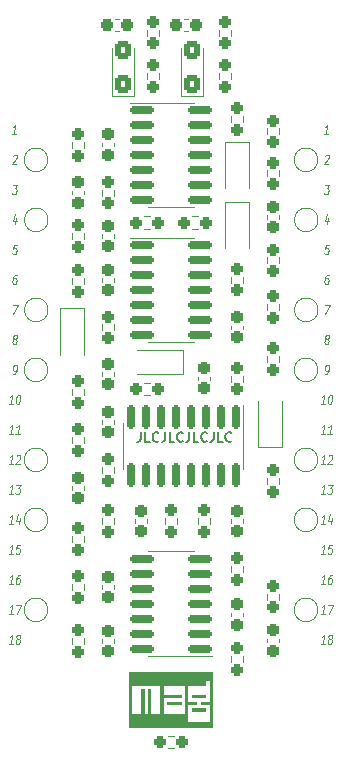
<source format=gbr>
%TF.GenerationSoftware,KiCad,Pcbnew,(6.0.9-0)*%
%TF.CreationDate,2024-11-07T12:08:30+01:00*%
%TF.ProjectId,vca-board,7663612d-626f-4617-9264-2e6b69636164,rev?*%
%TF.SameCoordinates,Original*%
%TF.FileFunction,Legend,Top*%
%TF.FilePolarity,Positive*%
%FSLAX46Y46*%
G04 Gerber Fmt 4.6, Leading zero omitted, Abs format (unit mm)*
G04 Created by KiCad (PCBNEW (6.0.9-0)) date 2024-11-07 12:08:30*
%MOMM*%
%LPD*%
G01*
G04 APERTURE LIST*
G04 Aperture macros list*
%AMRoundRect*
0 Rectangle with rounded corners*
0 $1 Rounding radius*
0 $2 $3 $4 $5 $6 $7 $8 $9 X,Y pos of 4 corners*
0 Add a 4 corners polygon primitive as box body*
4,1,4,$2,$3,$4,$5,$6,$7,$8,$9,$2,$3,0*
0 Add four circle primitives for the rounded corners*
1,1,$1+$1,$2,$3*
1,1,$1+$1,$4,$5*
1,1,$1+$1,$6,$7*
1,1,$1+$1,$8,$9*
0 Add four rect primitives between the rounded corners*
20,1,$1+$1,$2,$3,$4,$5,0*
20,1,$1+$1,$4,$5,$6,$7,0*
20,1,$1+$1,$6,$7,$8,$9,0*
20,1,$1+$1,$8,$9,$2,$3,0*%
G04 Aperture macros list end*
%ADD10C,0.120000*%
%ADD11C,0.100000*%
%ADD12C,0.150000*%
%ADD13R,1.200000X0.900000*%
%ADD14RoundRect,0.237500X-0.237500X0.300000X-0.237500X-0.300000X0.237500X-0.300000X0.237500X0.300000X0*%
%ADD15RoundRect,0.237500X-0.237500X0.250000X-0.237500X-0.250000X0.237500X-0.250000X0.237500X0.250000X0*%
%ADD16RoundRect,0.237500X0.237500X-0.250000X0.237500X0.250000X-0.237500X0.250000X-0.237500X-0.250000X0*%
%ADD17C,5.500000*%
%ADD18C,3.200000*%
%ADD19RoundRect,0.237500X-0.250000X-0.237500X0.250000X-0.237500X0.250000X0.237500X-0.250000X0.237500X0*%
%ADD20RoundRect,0.250000X0.425000X-0.537500X0.425000X0.537500X-0.425000X0.537500X-0.425000X-0.537500X0*%
%ADD21RoundRect,0.150000X0.825000X0.150000X-0.825000X0.150000X-0.825000X-0.150000X0.825000X-0.150000X0*%
%ADD22RoundRect,0.150000X-0.825000X-0.150000X0.825000X-0.150000X0.825000X0.150000X-0.825000X0.150000X0*%
%ADD23RoundRect,0.237500X0.237500X-0.300000X0.237500X0.300000X-0.237500X0.300000X-0.237500X-0.300000X0*%
%ADD24RoundRect,0.150000X-0.150000X0.825000X-0.150000X-0.825000X0.150000X-0.825000X0.150000X0.825000X0*%
%ADD25R,0.900000X1.200000*%
%ADD26RoundRect,0.237500X-0.300000X-0.237500X0.300000X-0.237500X0.300000X0.237500X-0.300000X0.237500X0*%
%ADD27R,1.700000X1.700000*%
%ADD28O,1.700000X1.700000*%
G04 APERTURE END LIST*
D10*
X51800000Y-71120000D02*
G75*
G03*
X51800000Y-71120000I-1000000J0D01*
G01*
X74660000Y-71120000D02*
G75*
G03*
X74660000Y-71120000I-1000000J0D01*
G01*
X74660000Y-91440000D02*
G75*
G03*
X74660000Y-91440000I-1000000J0D01*
G01*
X51800000Y-91440000D02*
G75*
G03*
X51800000Y-91440000I-1000000J0D01*
G01*
X74660000Y-83820000D02*
G75*
G03*
X74660000Y-83820000I-1000000J0D01*
G01*
X74676000Y-58420000D02*
G75*
G03*
X74676000Y-58420000I-1000000J0D01*
G01*
X74660000Y-53340000D02*
G75*
G03*
X74660000Y-53340000I-1000000J0D01*
G01*
X51800000Y-83820000D02*
G75*
G03*
X51800000Y-83820000I-1000000J0D01*
G01*
X51816000Y-66040000D02*
G75*
G03*
X51816000Y-66040000I-1000000J0D01*
G01*
X74676000Y-66040000D02*
G75*
G03*
X74676000Y-66040000I-1000000J0D01*
G01*
X51816000Y-58420000D02*
G75*
G03*
X51816000Y-58420000I-1000000J0D01*
G01*
X74660000Y-78740000D02*
G75*
G03*
X74660000Y-78740000I-1000000J0D01*
G01*
X51800000Y-78740000D02*
G75*
G03*
X51800000Y-78740000I-1000000J0D01*
G01*
X51800000Y-53340000D02*
G75*
G03*
X51800000Y-53340000I-1000000J0D01*
G01*
X75543214Y-58248571D02*
X75476547Y-58781904D01*
X75438452Y-57943809D02*
X75224166Y-58515238D01*
X75595595Y-58515238D01*
X75533690Y-51161904D02*
X75190833Y-51161904D01*
X75362261Y-51161904D02*
X75462261Y-50361904D01*
X75390833Y-50476190D01*
X75324166Y-50552380D01*
X75262261Y-50590476D01*
D11*
X48831976Y-81641904D02*
X48489119Y-81641904D01*
X48660547Y-81641904D02*
X48760547Y-80841904D01*
X48689119Y-80956190D01*
X48622452Y-81032380D01*
X48560547Y-81070476D01*
X49131976Y-80841904D02*
X49503404Y-80841904D01*
X49265309Y-81146666D01*
X49351023Y-81146666D01*
X49403404Y-81184761D01*
X49427214Y-81222857D01*
X49446261Y-81299047D01*
X49422452Y-81489523D01*
X49384357Y-81565714D01*
X49351023Y-81603809D01*
X49289119Y-81641904D01*
X49117690Y-81641904D01*
X49065309Y-81603809D01*
X49041500Y-81565714D01*
X75247976Y-81641904D02*
X74905119Y-81641904D01*
X75076547Y-81641904D02*
X75176547Y-80841904D01*
X75105119Y-80956190D01*
X75038452Y-81032380D01*
X74976547Y-81070476D01*
X75547976Y-80841904D02*
X75919404Y-80841904D01*
X75681309Y-81146666D01*
X75767023Y-81146666D01*
X75819404Y-81184761D01*
X75843214Y-81222857D01*
X75862261Y-81299047D01*
X75838452Y-81489523D01*
X75800357Y-81565714D01*
X75767023Y-81603809D01*
X75705119Y-81641904D01*
X75533690Y-81641904D01*
X75481309Y-81603809D01*
X75457500Y-81565714D01*
X48831976Y-94341904D02*
X48489119Y-94341904D01*
X48660547Y-94341904D02*
X48760547Y-93541904D01*
X48689119Y-93656190D01*
X48622452Y-93732380D01*
X48560547Y-93770476D01*
X49231976Y-93884761D02*
X49179595Y-93846666D01*
X49155785Y-93808571D01*
X49136738Y-93732380D01*
X49141500Y-93694285D01*
X49179595Y-93618095D01*
X49212928Y-93580000D01*
X49274833Y-93541904D01*
X49389119Y-93541904D01*
X49441500Y-93580000D01*
X49465309Y-93618095D01*
X49484357Y-93694285D01*
X49479595Y-93732380D01*
X49441500Y-93808571D01*
X49408166Y-93846666D01*
X49346261Y-93884761D01*
X49231976Y-93884761D01*
X49170071Y-93922857D01*
X49136738Y-93960952D01*
X49098642Y-94037142D01*
X49079595Y-94189523D01*
X49098642Y-94265714D01*
X49122452Y-94303809D01*
X49174833Y-94341904D01*
X49289119Y-94341904D01*
X49351023Y-94303809D01*
X49384357Y-94265714D01*
X49422452Y-94189523D01*
X49441500Y-94037142D01*
X49422452Y-93960952D01*
X49398642Y-93922857D01*
X49346261Y-93884761D01*
D10*
X48831976Y-71481904D02*
X48946261Y-71481904D01*
X49008166Y-71443809D01*
X49041500Y-71405714D01*
X49112928Y-71291428D01*
X49160547Y-71139047D01*
X49198642Y-70834285D01*
X49179595Y-70758095D01*
X49155785Y-70720000D01*
X49103404Y-70681904D01*
X48989119Y-70681904D01*
X48927214Y-70720000D01*
X48893880Y-70758095D01*
X48855785Y-70834285D01*
X48831976Y-71024761D01*
X48851023Y-71100952D01*
X48874833Y-71139047D01*
X48927214Y-71177142D01*
X49041500Y-71177142D01*
X49103404Y-71139047D01*
X49136738Y-71100952D01*
X49174833Y-71024761D01*
X75262261Y-55441904D02*
X75633690Y-55441904D01*
X75395595Y-55746666D01*
X75481309Y-55746666D01*
X75533690Y-55784761D01*
X75557500Y-55822857D01*
X75576547Y-55899047D01*
X75552738Y-56089523D01*
X75514642Y-56165714D01*
X75481309Y-56203809D01*
X75419404Y-56241904D01*
X75247976Y-56241904D01*
X75195595Y-56203809D01*
X75171785Y-56165714D01*
X75362261Y-68484761D02*
X75309880Y-68446666D01*
X75286071Y-68408571D01*
X75267023Y-68332380D01*
X75271785Y-68294285D01*
X75309880Y-68218095D01*
X75343214Y-68180000D01*
X75405119Y-68141904D01*
X75519404Y-68141904D01*
X75571785Y-68180000D01*
X75595595Y-68218095D01*
X75614642Y-68294285D01*
X75609880Y-68332380D01*
X75571785Y-68408571D01*
X75538452Y-68446666D01*
X75476547Y-68484761D01*
X75362261Y-68484761D01*
X75300357Y-68522857D01*
X75267023Y-68560952D01*
X75228928Y-68637142D01*
X75209880Y-68789523D01*
X75228928Y-68865714D01*
X75252738Y-68903809D01*
X75305119Y-68941904D01*
X75419404Y-68941904D01*
X75481309Y-68903809D01*
X75514642Y-68865714D01*
X75552738Y-68789523D01*
X75571785Y-68637142D01*
X75552738Y-68560952D01*
X75528928Y-68522857D01*
X75476547Y-68484761D01*
D11*
X48831976Y-74021904D02*
X48489119Y-74021904D01*
X48660547Y-74021904D02*
X48760547Y-73221904D01*
X48689119Y-73336190D01*
X48622452Y-73412380D01*
X48560547Y-73450476D01*
X49303404Y-73221904D02*
X49360547Y-73221904D01*
X49412928Y-73260000D01*
X49436738Y-73298095D01*
X49455785Y-73374285D01*
X49465309Y-73526666D01*
X49441500Y-73717142D01*
X49393880Y-73869523D01*
X49355785Y-73945714D01*
X49322452Y-73983809D01*
X49260547Y-74021904D01*
X49203404Y-74021904D01*
X49151023Y-73983809D01*
X49127214Y-73945714D01*
X49108166Y-73869523D01*
X49098642Y-73717142D01*
X49122452Y-73526666D01*
X49170071Y-73374285D01*
X49208166Y-73298095D01*
X49241500Y-73260000D01*
X49303404Y-73221904D01*
X75247976Y-89261904D02*
X74905119Y-89261904D01*
X75076547Y-89261904D02*
X75176547Y-88461904D01*
X75105119Y-88576190D01*
X75038452Y-88652380D01*
X74976547Y-88690476D01*
X75862261Y-88461904D02*
X75747976Y-88461904D01*
X75686071Y-88500000D01*
X75652738Y-88538095D01*
X75581309Y-88652380D01*
X75533690Y-88804761D01*
X75495595Y-89109523D01*
X75514642Y-89185714D01*
X75538452Y-89223809D01*
X75590833Y-89261904D01*
X75705119Y-89261904D01*
X75767023Y-89223809D01*
X75800357Y-89185714D01*
X75838452Y-89109523D01*
X75862261Y-88919047D01*
X75843214Y-88842857D01*
X75819404Y-88804761D01*
X75767023Y-88766666D01*
X75652738Y-88766666D01*
X75590833Y-88804761D01*
X75557500Y-88842857D01*
X75519404Y-88919047D01*
D10*
X75281309Y-52978095D02*
X75314642Y-52940000D01*
X75376547Y-52901904D01*
X75519404Y-52901904D01*
X75571785Y-52940000D01*
X75595595Y-52978095D01*
X75614642Y-53054285D01*
X75605119Y-53130476D01*
X75562261Y-53244761D01*
X75162261Y-53701904D01*
X75533690Y-53701904D01*
X48846261Y-55441904D02*
X49217690Y-55441904D01*
X48979595Y-55746666D01*
X49065309Y-55746666D01*
X49117690Y-55784761D01*
X49141500Y-55822857D01*
X49160547Y-55899047D01*
X49136738Y-56089523D01*
X49098642Y-56165714D01*
X49065309Y-56203809D01*
X49003404Y-56241904D01*
X48831976Y-56241904D01*
X48779595Y-56203809D01*
X48755785Y-56165714D01*
X48846261Y-65601904D02*
X49246261Y-65601904D01*
X48889119Y-66401904D01*
D11*
X75247976Y-91801904D02*
X74905119Y-91801904D01*
X75076547Y-91801904D02*
X75176547Y-91001904D01*
X75105119Y-91116190D01*
X75038452Y-91192380D01*
X74976547Y-91230476D01*
X75547976Y-91001904D02*
X75947976Y-91001904D01*
X75590833Y-91801904D01*
X48831976Y-79101904D02*
X48489119Y-79101904D01*
X48660547Y-79101904D02*
X48760547Y-78301904D01*
X48689119Y-78416190D01*
X48622452Y-78492380D01*
X48560547Y-78530476D01*
X49151023Y-78378095D02*
X49184357Y-78340000D01*
X49246261Y-78301904D01*
X49389119Y-78301904D01*
X49441500Y-78340000D01*
X49465309Y-78378095D01*
X49484357Y-78454285D01*
X49474833Y-78530476D01*
X49431976Y-78644761D01*
X49031976Y-79101904D01*
X49403404Y-79101904D01*
X48831976Y-76561904D02*
X48489119Y-76561904D01*
X48660547Y-76561904D02*
X48760547Y-75761904D01*
X48689119Y-75876190D01*
X48622452Y-75952380D01*
X48560547Y-75990476D01*
X49403404Y-76561904D02*
X49060547Y-76561904D01*
X49231976Y-76561904D02*
X49331976Y-75761904D01*
X49260547Y-75876190D01*
X49193880Y-75952380D01*
X49131976Y-75990476D01*
X75247976Y-86721904D02*
X74905119Y-86721904D01*
X75076547Y-86721904D02*
X75176547Y-85921904D01*
X75105119Y-86036190D01*
X75038452Y-86112380D01*
X74976547Y-86150476D01*
X75890833Y-85921904D02*
X75605119Y-85921904D01*
X75528928Y-86302857D01*
X75562261Y-86264761D01*
X75624166Y-86226666D01*
X75767023Y-86226666D01*
X75819404Y-86264761D01*
X75843214Y-86302857D01*
X75862261Y-86379047D01*
X75838452Y-86569523D01*
X75800357Y-86645714D01*
X75767023Y-86683809D01*
X75705119Y-86721904D01*
X75562261Y-86721904D01*
X75509880Y-86683809D01*
X75486071Y-86645714D01*
X75247976Y-74021904D02*
X74905119Y-74021904D01*
X75076547Y-74021904D02*
X75176547Y-73221904D01*
X75105119Y-73336190D01*
X75038452Y-73412380D01*
X74976547Y-73450476D01*
X75719404Y-73221904D02*
X75776547Y-73221904D01*
X75828928Y-73260000D01*
X75852738Y-73298095D01*
X75871785Y-73374285D01*
X75881309Y-73526666D01*
X75857500Y-73717142D01*
X75809880Y-73869523D01*
X75771785Y-73945714D01*
X75738452Y-73983809D01*
X75676547Y-74021904D01*
X75619404Y-74021904D01*
X75567023Y-73983809D01*
X75543214Y-73945714D01*
X75524166Y-73869523D01*
X75514642Y-73717142D01*
X75538452Y-73526666D01*
X75586071Y-73374285D01*
X75624166Y-73298095D01*
X75657500Y-73260000D01*
X75719404Y-73221904D01*
X75247976Y-76561904D02*
X74905119Y-76561904D01*
X75076547Y-76561904D02*
X75176547Y-75761904D01*
X75105119Y-75876190D01*
X75038452Y-75952380D01*
X74976547Y-75990476D01*
X75819404Y-76561904D02*
X75476547Y-76561904D01*
X75647976Y-76561904D02*
X75747976Y-75761904D01*
X75676547Y-75876190D01*
X75609880Y-75952380D01*
X75547976Y-75990476D01*
D10*
X75576547Y-63061904D02*
X75462261Y-63061904D01*
X75400357Y-63100000D01*
X75367023Y-63138095D01*
X75295595Y-63252380D01*
X75247976Y-63404761D01*
X75209880Y-63709523D01*
X75228928Y-63785714D01*
X75252738Y-63823809D01*
X75305119Y-63861904D01*
X75419404Y-63861904D01*
X75481309Y-63823809D01*
X75514642Y-63785714D01*
X75552738Y-63709523D01*
X75576547Y-63519047D01*
X75557500Y-63442857D01*
X75533690Y-63404761D01*
X75481309Y-63366666D01*
X75367023Y-63366666D01*
X75305119Y-63404761D01*
X75271785Y-63442857D01*
X75233690Y-63519047D01*
D11*
X48831976Y-91801904D02*
X48489119Y-91801904D01*
X48660547Y-91801904D02*
X48760547Y-91001904D01*
X48689119Y-91116190D01*
X48622452Y-91192380D01*
X48560547Y-91230476D01*
X49131976Y-91001904D02*
X49531976Y-91001904D01*
X49174833Y-91801904D01*
D10*
X75247976Y-71481904D02*
X75362261Y-71481904D01*
X75424166Y-71443809D01*
X75457500Y-71405714D01*
X75528928Y-71291428D01*
X75576547Y-71139047D01*
X75614642Y-70834285D01*
X75595595Y-70758095D01*
X75571785Y-70720000D01*
X75519404Y-70681904D01*
X75405119Y-70681904D01*
X75343214Y-70720000D01*
X75309880Y-70758095D01*
X75271785Y-70834285D01*
X75247976Y-71024761D01*
X75267023Y-71100952D01*
X75290833Y-71139047D01*
X75343214Y-71177142D01*
X75457500Y-71177142D01*
X75519404Y-71139047D01*
X75552738Y-71100952D01*
X75590833Y-71024761D01*
X49160547Y-63061904D02*
X49046261Y-63061904D01*
X48984357Y-63100000D01*
X48951023Y-63138095D01*
X48879595Y-63252380D01*
X48831976Y-63404761D01*
X48793880Y-63709523D01*
X48812928Y-63785714D01*
X48836738Y-63823809D01*
X48889119Y-63861904D01*
X49003404Y-63861904D01*
X49065309Y-63823809D01*
X49098642Y-63785714D01*
X49136738Y-63709523D01*
X49160547Y-63519047D01*
X49141500Y-63442857D01*
X49117690Y-63404761D01*
X49065309Y-63366666D01*
X48951023Y-63366666D01*
X48889119Y-63404761D01*
X48855785Y-63442857D01*
X48817690Y-63519047D01*
D11*
X75247976Y-94341904D02*
X74905119Y-94341904D01*
X75076547Y-94341904D02*
X75176547Y-93541904D01*
X75105119Y-93656190D01*
X75038452Y-93732380D01*
X74976547Y-93770476D01*
X75647976Y-93884761D02*
X75595595Y-93846666D01*
X75571785Y-93808571D01*
X75552738Y-93732380D01*
X75557500Y-93694285D01*
X75595595Y-93618095D01*
X75628928Y-93580000D01*
X75690833Y-93541904D01*
X75805119Y-93541904D01*
X75857500Y-93580000D01*
X75881309Y-93618095D01*
X75900357Y-93694285D01*
X75895595Y-93732380D01*
X75857500Y-93808571D01*
X75824166Y-93846666D01*
X75762261Y-93884761D01*
X75647976Y-93884761D01*
X75586071Y-93922857D01*
X75552738Y-93960952D01*
X75514642Y-94037142D01*
X75495595Y-94189523D01*
X75514642Y-94265714D01*
X75538452Y-94303809D01*
X75590833Y-94341904D01*
X75705119Y-94341904D01*
X75767023Y-94303809D01*
X75800357Y-94265714D01*
X75838452Y-94189523D01*
X75857500Y-94037142D01*
X75838452Y-93960952D01*
X75814642Y-93922857D01*
X75762261Y-93884761D01*
X48831976Y-84181904D02*
X48489119Y-84181904D01*
X48660547Y-84181904D02*
X48760547Y-83381904D01*
X48689119Y-83496190D01*
X48622452Y-83572380D01*
X48560547Y-83610476D01*
X49412928Y-83648571D02*
X49346261Y-84181904D01*
X49308166Y-83343809D02*
X49093880Y-83915238D01*
X49465309Y-83915238D01*
D10*
X75605119Y-60521904D02*
X75319404Y-60521904D01*
X75243214Y-60902857D01*
X75276547Y-60864761D01*
X75338452Y-60826666D01*
X75481309Y-60826666D01*
X75533690Y-60864761D01*
X75557500Y-60902857D01*
X75576547Y-60979047D01*
X75552738Y-61169523D01*
X75514642Y-61245714D01*
X75481309Y-61283809D01*
X75419404Y-61321904D01*
X75276547Y-61321904D01*
X75224166Y-61283809D01*
X75200357Y-61245714D01*
X75262261Y-65601904D02*
X75662261Y-65601904D01*
X75305119Y-66401904D01*
X49117690Y-51161904D02*
X48774833Y-51161904D01*
X48946261Y-51161904D02*
X49046261Y-50361904D01*
X48974833Y-50476190D01*
X48908166Y-50552380D01*
X48846261Y-50590476D01*
D11*
X75247976Y-84181904D02*
X74905119Y-84181904D01*
X75076547Y-84181904D02*
X75176547Y-83381904D01*
X75105119Y-83496190D01*
X75038452Y-83572380D01*
X74976547Y-83610476D01*
X75828928Y-83648571D02*
X75762261Y-84181904D01*
X75724166Y-83343809D02*
X75509880Y-83915238D01*
X75881309Y-83915238D01*
D10*
X49127214Y-58248571D02*
X49060547Y-58781904D01*
X49022452Y-57943809D02*
X48808166Y-58515238D01*
X49179595Y-58515238D01*
D11*
X75247976Y-79101904D02*
X74905119Y-79101904D01*
X75076547Y-79101904D02*
X75176547Y-78301904D01*
X75105119Y-78416190D01*
X75038452Y-78492380D01*
X74976547Y-78530476D01*
X75567023Y-78378095D02*
X75600357Y-78340000D01*
X75662261Y-78301904D01*
X75805119Y-78301904D01*
X75857500Y-78340000D01*
X75881309Y-78378095D01*
X75900357Y-78454285D01*
X75890833Y-78530476D01*
X75847976Y-78644761D01*
X75447976Y-79101904D01*
X75819404Y-79101904D01*
D12*
X59677761Y-76396904D02*
X59677761Y-76968333D01*
X59639666Y-77082619D01*
X59563476Y-77158809D01*
X59449190Y-77196904D01*
X59373000Y-77196904D01*
X60439666Y-77196904D02*
X60058714Y-77196904D01*
X60058714Y-76396904D01*
X61163476Y-77120714D02*
X61125380Y-77158809D01*
X61011095Y-77196904D01*
X60934904Y-77196904D01*
X60820619Y-77158809D01*
X60744428Y-77082619D01*
X60706333Y-77006428D01*
X60668238Y-76854047D01*
X60668238Y-76739761D01*
X60706333Y-76587380D01*
X60744428Y-76511190D01*
X60820619Y-76435000D01*
X60934904Y-76396904D01*
X61011095Y-76396904D01*
X61125380Y-76435000D01*
X61163476Y-76473095D01*
X61734904Y-76396904D02*
X61734904Y-76968333D01*
X61696809Y-77082619D01*
X61620619Y-77158809D01*
X61506333Y-77196904D01*
X61430142Y-77196904D01*
X62496809Y-77196904D02*
X62115857Y-77196904D01*
X62115857Y-76396904D01*
X63220619Y-77120714D02*
X63182523Y-77158809D01*
X63068238Y-77196904D01*
X62992047Y-77196904D01*
X62877761Y-77158809D01*
X62801571Y-77082619D01*
X62763476Y-77006428D01*
X62725380Y-76854047D01*
X62725380Y-76739761D01*
X62763476Y-76587380D01*
X62801571Y-76511190D01*
X62877761Y-76435000D01*
X62992047Y-76396904D01*
X63068238Y-76396904D01*
X63182523Y-76435000D01*
X63220619Y-76473095D01*
X63792047Y-76396904D02*
X63792047Y-76968333D01*
X63753952Y-77082619D01*
X63677761Y-77158809D01*
X63563476Y-77196904D01*
X63487285Y-77196904D01*
X64553952Y-77196904D02*
X64173000Y-77196904D01*
X64173000Y-76396904D01*
X65277761Y-77120714D02*
X65239666Y-77158809D01*
X65125380Y-77196904D01*
X65049190Y-77196904D01*
X64934904Y-77158809D01*
X64858714Y-77082619D01*
X64820619Y-77006428D01*
X64782523Y-76854047D01*
X64782523Y-76739761D01*
X64820619Y-76587380D01*
X64858714Y-76511190D01*
X64934904Y-76435000D01*
X65049190Y-76396904D01*
X65125380Y-76396904D01*
X65239666Y-76435000D01*
X65277761Y-76473095D01*
X65849190Y-76396904D02*
X65849190Y-76968333D01*
X65811095Y-77082619D01*
X65734904Y-77158809D01*
X65620619Y-77196904D01*
X65544428Y-77196904D01*
X66611095Y-77196904D02*
X66230142Y-77196904D01*
X66230142Y-76396904D01*
X67334904Y-77120714D02*
X67296809Y-77158809D01*
X67182523Y-77196904D01*
X67106333Y-77196904D01*
X66992047Y-77158809D01*
X66915857Y-77082619D01*
X66877761Y-77006428D01*
X66839666Y-76854047D01*
X66839666Y-76739761D01*
X66877761Y-76587380D01*
X66915857Y-76511190D01*
X66992047Y-76435000D01*
X67106333Y-76396904D01*
X67182523Y-76396904D01*
X67296809Y-76435000D01*
X67334904Y-76473095D01*
D10*
X49189119Y-60521904D02*
X48903404Y-60521904D01*
X48827214Y-60902857D01*
X48860547Y-60864761D01*
X48922452Y-60826666D01*
X49065309Y-60826666D01*
X49117690Y-60864761D01*
X49141500Y-60902857D01*
X49160547Y-60979047D01*
X49136738Y-61169523D01*
X49098642Y-61245714D01*
X49065309Y-61283809D01*
X49003404Y-61321904D01*
X48860547Y-61321904D01*
X48808166Y-61283809D01*
X48784357Y-61245714D01*
X48865309Y-52978095D02*
X48898642Y-52940000D01*
X48960547Y-52901904D01*
X49103404Y-52901904D01*
X49155785Y-52940000D01*
X49179595Y-52978095D01*
X49198642Y-53054285D01*
X49189119Y-53130476D01*
X49146261Y-53244761D01*
X48746261Y-53701904D01*
X49117690Y-53701904D01*
D11*
X48831976Y-89261904D02*
X48489119Y-89261904D01*
X48660547Y-89261904D02*
X48760547Y-88461904D01*
X48689119Y-88576190D01*
X48622452Y-88652380D01*
X48560547Y-88690476D01*
X49446261Y-88461904D02*
X49331976Y-88461904D01*
X49270071Y-88500000D01*
X49236738Y-88538095D01*
X49165309Y-88652380D01*
X49117690Y-88804761D01*
X49079595Y-89109523D01*
X49098642Y-89185714D01*
X49122452Y-89223809D01*
X49174833Y-89261904D01*
X49289119Y-89261904D01*
X49351023Y-89223809D01*
X49384357Y-89185714D01*
X49422452Y-89109523D01*
X49446261Y-88919047D01*
X49427214Y-88842857D01*
X49403404Y-88804761D01*
X49351023Y-88766666D01*
X49236738Y-88766666D01*
X49174833Y-88804761D01*
X49141500Y-88842857D01*
X49103404Y-88919047D01*
D10*
X48946261Y-68484761D02*
X48893880Y-68446666D01*
X48870071Y-68408571D01*
X48851023Y-68332380D01*
X48855785Y-68294285D01*
X48893880Y-68218095D01*
X48927214Y-68180000D01*
X48989119Y-68141904D01*
X49103404Y-68141904D01*
X49155785Y-68180000D01*
X49179595Y-68218095D01*
X49198642Y-68294285D01*
X49193880Y-68332380D01*
X49155785Y-68408571D01*
X49122452Y-68446666D01*
X49060547Y-68484761D01*
X48946261Y-68484761D01*
X48884357Y-68522857D01*
X48851023Y-68560952D01*
X48812928Y-68637142D01*
X48793880Y-68789523D01*
X48812928Y-68865714D01*
X48836738Y-68903809D01*
X48889119Y-68941904D01*
X49003404Y-68941904D01*
X49065309Y-68903809D01*
X49098642Y-68865714D01*
X49136738Y-68789523D01*
X49155785Y-68637142D01*
X49136738Y-68560952D01*
X49112928Y-68522857D01*
X49060547Y-68484761D01*
D11*
X48831976Y-86721904D02*
X48489119Y-86721904D01*
X48660547Y-86721904D02*
X48760547Y-85921904D01*
X48689119Y-86036190D01*
X48622452Y-86112380D01*
X48560547Y-86150476D01*
X49474833Y-85921904D02*
X49189119Y-85921904D01*
X49112928Y-86302857D01*
X49146261Y-86264761D01*
X49208166Y-86226666D01*
X49351023Y-86226666D01*
X49403404Y-86264761D01*
X49427214Y-86302857D01*
X49446261Y-86379047D01*
X49422452Y-86569523D01*
X49384357Y-86645714D01*
X49351023Y-86683809D01*
X49289119Y-86721904D01*
X49146261Y-86721904D01*
X49093880Y-86683809D01*
X49070071Y-86645714D01*
D10*
%TO.C,D3*%
X68818000Y-56908500D02*
X68818000Y-60808500D01*
X68818000Y-56908500D02*
X66818000Y-56908500D01*
X66818000Y-56908500D02*
X66818000Y-60808500D01*
%TO.C,C8*%
X70356000Y-58019733D02*
X70356000Y-58312267D01*
X71376000Y-58019733D02*
X71376000Y-58312267D01*
%TO.C,R36*%
X53833500Y-76810776D02*
X53833500Y-77320224D01*
X54878500Y-76810776D02*
X54878500Y-77320224D01*
%TO.C,R26*%
X70343500Y-50672276D02*
X70343500Y-51181724D01*
X71388500Y-50672276D02*
X71388500Y-51181724D01*
%TO.C,R34*%
X53833500Y-60048224D02*
X53833500Y-59538776D01*
X54878500Y-60048224D02*
X54878500Y-59538776D01*
%TO.C,R10*%
X61975276Y-102093500D02*
X62484724Y-102093500D01*
X61975276Y-103138500D02*
X62484724Y-103138500D01*
%TO.C,R22*%
X68340500Y-50142224D02*
X68340500Y-49632776D01*
X67295500Y-50142224D02*
X67295500Y-49632776D01*
%TO.C,C15*%
X63073000Y-47951000D02*
X64943000Y-47951000D01*
X64943000Y-47951000D02*
X64943000Y-43866000D01*
X63073000Y-43866000D02*
X63073000Y-47951000D01*
%TO.C,C10*%
X56386000Y-51900233D02*
X56386000Y-52192767D01*
X57406000Y-51900233D02*
X57406000Y-52192767D01*
%TO.C,R28*%
X54878500Y-72746776D02*
X54878500Y-73256224D01*
X53833500Y-72746776D02*
X53833500Y-73256224D01*
%TO.C,R30*%
X70343500Y-62103724D02*
X70343500Y-61594276D01*
X71388500Y-62103724D02*
X71388500Y-61594276D01*
%TO.C,kibuzzard-666B18FD*%
G36*
X58658125Y-96678750D02*
G01*
X61610875Y-96678750D01*
X61610875Y-101441250D01*
X58658125Y-101441250D01*
X58658125Y-100250625D01*
X58943875Y-100250625D01*
X59705875Y-100250625D01*
X59705875Y-98107500D01*
X59991625Y-98107500D01*
X59991625Y-100250625D01*
X60277375Y-100250625D01*
X60277375Y-98107500D01*
X60563125Y-98107500D01*
X60563125Y-100250625D01*
X61325125Y-100250625D01*
X61325125Y-97869375D01*
X58943875Y-97869375D01*
X58943875Y-100250625D01*
X58658125Y-100250625D01*
X58658125Y-96678750D01*
G37*
G36*
X63134875Y-99488625D02*
G01*
X61896625Y-99488625D01*
X61896625Y-99202875D01*
X63134875Y-99202875D01*
X63134875Y-99488625D01*
G37*
G36*
X63420625Y-96678750D02*
G01*
X65801875Y-96678750D01*
X65801875Y-101441250D01*
X63420625Y-101441250D01*
X63420625Y-100965000D01*
X63706375Y-100965000D01*
X65516125Y-100965000D01*
X65516125Y-99488625D01*
X64754125Y-99488625D01*
X64754125Y-99202875D01*
X65516125Y-99202875D01*
X65516125Y-97488375D01*
X65230375Y-97488375D01*
X65230375Y-97869375D01*
X63706375Y-97869375D01*
X63706375Y-99202875D01*
X64468375Y-99202875D01*
X64468375Y-99488625D01*
X63706375Y-99488625D01*
X63706375Y-100965000D01*
X63420625Y-100965000D01*
X63420625Y-96678750D01*
G37*
G36*
X61325125Y-96678750D02*
G01*
X63706375Y-96678750D01*
X63706375Y-101441250D01*
X61325125Y-101441250D01*
X61325125Y-100250625D01*
X61610875Y-100250625D01*
X63420625Y-100250625D01*
X63420625Y-97869375D01*
X61610875Y-97869375D01*
X61610875Y-98631375D01*
X63134875Y-98631375D01*
X63134875Y-98917125D01*
X61610875Y-98917125D01*
X61610875Y-100250625D01*
X61325125Y-100250625D01*
X61325125Y-96678750D01*
G37*
G36*
X65230375Y-100060125D02*
G01*
X63992125Y-100060125D01*
X63992125Y-99774375D01*
X65230375Y-99774375D01*
X65230375Y-100060125D01*
G37*
G36*
X65230375Y-98917125D02*
G01*
X63992125Y-98917125D01*
X63992125Y-98631375D01*
X65230375Y-98631375D01*
X65230375Y-98917125D01*
G37*
%TO.C,U2*%
X62230000Y-95367000D02*
X65680000Y-95367000D01*
X62230000Y-86497000D02*
X64180000Y-86497000D01*
X62230000Y-86497000D02*
X60280000Y-86497000D01*
X62230000Y-95367000D02*
X60280000Y-95367000D01*
%TO.C,U4*%
X62230000Y-59930500D02*
X64180000Y-59930500D01*
X62230000Y-68800500D02*
X60280000Y-68800500D01*
X62230000Y-68800500D02*
X64180000Y-68800500D01*
X62230000Y-59930500D02*
X58780000Y-59930500D01*
%TO.C,C9*%
X53846000Y-55964233D02*
X53846000Y-56256767D01*
X54866000Y-55964233D02*
X54866000Y-56256767D01*
%TO.C,R13*%
X66279500Y-42313776D02*
X66279500Y-42823224D01*
X67324500Y-42313776D02*
X67324500Y-42823224D01*
%TO.C,D4*%
X66818000Y-51828500D02*
X66818000Y-55728500D01*
X68818000Y-51828500D02*
X68818000Y-55728500D01*
X68818000Y-51828500D02*
X66818000Y-51828500D01*
%TO.C,C12*%
X68328000Y-67663267D02*
X68328000Y-67370733D01*
X67308000Y-67663267D02*
X67308000Y-67370733D01*
%TO.C,R3*%
X53833500Y-85702224D02*
X53833500Y-85192776D01*
X54878500Y-85702224D02*
X54878500Y-85192776D01*
%TO.C,R23*%
X54878500Y-51815276D02*
X54878500Y-52324724D01*
X53833500Y-51815276D02*
X53833500Y-52324724D01*
%TO.C,C2*%
X56386000Y-89657767D02*
X56386000Y-89365233D01*
X57406000Y-89657767D02*
X57406000Y-89365233D01*
%TO.C,U1*%
X58186000Y-77573500D02*
X58186000Y-75623500D01*
X68306000Y-77573500D02*
X68306000Y-74123500D01*
X68306000Y-77573500D02*
X68306000Y-79523500D01*
X58186000Y-77573500D02*
X58186000Y-79523500D01*
%TO.C,C1*%
X53846000Y-81275767D02*
X53846000Y-80983233D01*
X54866000Y-81275767D02*
X54866000Y-80983233D01*
%TO.C,R35*%
X56373500Y-67262276D02*
X56373500Y-67771724D01*
X57418500Y-67262276D02*
X57418500Y-67771724D01*
%TO.C,D6*%
X63210000Y-71461500D02*
X63210000Y-69461500D01*
X63210000Y-71461500D02*
X59310000Y-71461500D01*
X63210000Y-69461500D02*
X59310000Y-69461500D01*
%TO.C,U3*%
X62230000Y-57370500D02*
X64180000Y-57370500D01*
X62230000Y-57370500D02*
X60280000Y-57370500D01*
X62230000Y-48500500D02*
X58780000Y-48500500D01*
X62230000Y-48500500D02*
X64180000Y-48500500D01*
%TO.C,C19*%
X57406000Y-75687767D02*
X57406000Y-75395233D01*
X56386000Y-75687767D02*
X56386000Y-75395233D01*
%TO.C,D5*%
X54848000Y-65925500D02*
X54848000Y-69825500D01*
X54848000Y-65925500D02*
X52848000Y-65925500D01*
X52848000Y-65925500D02*
X52848000Y-69825500D01*
%TO.C,C7*%
X65534000Y-71978267D02*
X65534000Y-71685733D01*
X64514000Y-71978267D02*
X64514000Y-71685733D01*
%TO.C,R19*%
X68340500Y-63731224D02*
X68340500Y-63221776D01*
X67295500Y-63731224D02*
X67295500Y-63221776D01*
%TO.C,C11*%
X56386000Y-71331233D02*
X56386000Y-71623767D01*
X57406000Y-71331233D02*
X57406000Y-71623767D01*
%TO.C,R16*%
X70343500Y-80263276D02*
X70343500Y-80772724D01*
X71388500Y-80263276D02*
X71388500Y-80772724D01*
%TO.C,R24*%
X57418500Y-55855776D02*
X57418500Y-56365224D01*
X56373500Y-55855776D02*
X56373500Y-56365224D01*
%TO.C,D1*%
X69612000Y-77688000D02*
X71612000Y-77688000D01*
X69612000Y-77688000D02*
X69612000Y-73788000D01*
X71612000Y-77688000D02*
X71612000Y-73788000D01*
%TO.C,C13*%
X57406000Y-59939767D02*
X57406000Y-59647233D01*
X56386000Y-59939767D02*
X56386000Y-59647233D01*
%TO.C,C14*%
X63353733Y-41400000D02*
X63646267Y-41400000D01*
X63353733Y-42420000D02*
X63646267Y-42420000D01*
%TO.C,C18*%
X68328000Y-84069767D02*
X68328000Y-83777233D01*
X67308000Y-84069767D02*
X67308000Y-83777233D01*
%TO.C,R31*%
X54878500Y-63858224D02*
X54878500Y-63348776D01*
X53833500Y-63858224D02*
X53833500Y-63348776D01*
%TO.C,R29*%
X70343500Y-65531276D02*
X70343500Y-66040724D01*
X71388500Y-65531276D02*
X71388500Y-66040724D01*
%TO.C,R12*%
X67324500Y-45973276D02*
X67324500Y-46482724D01*
X66279500Y-45973276D02*
X66279500Y-46482724D01*
%TO.C,R2*%
X60183500Y-42313776D02*
X60183500Y-42823224D01*
X61228500Y-42313776D02*
X61228500Y-42823224D01*
%TO.C,R4*%
X57418500Y-79350776D02*
X57418500Y-79860224D01*
X56373500Y-79350776D02*
X56373500Y-79860224D01*
%TO.C,R7*%
X64501500Y-84178224D02*
X64501500Y-83668776D01*
X65546500Y-84178224D02*
X65546500Y-83668776D01*
%TO.C,R5*%
X53833500Y-89256776D02*
X53833500Y-89766224D01*
X54878500Y-89256776D02*
X54878500Y-89766224D01*
%TO.C,C16*%
X57511733Y-41400000D02*
X57804267Y-41400000D01*
X57511733Y-42420000D02*
X57804267Y-42420000D01*
%TO.C,R9*%
X53833500Y-93828776D02*
X53833500Y-94338224D01*
X54878500Y-93828776D02*
X54878500Y-94338224D01*
%TO.C,C5*%
X71376000Y-93883733D02*
X71376000Y-94176267D01*
X70356000Y-93883733D02*
X70356000Y-94176267D01*
%TO.C,R1*%
X61228500Y-45973276D02*
X61228500Y-46482724D01*
X60183500Y-45973276D02*
X60183500Y-46482724D01*
%TO.C,R17*%
X70343500Y-69952776D02*
X70343500Y-70462224D01*
X71388500Y-69952776D02*
X71388500Y-70462224D01*
%TO.C,R20*%
X70343500Y-54737724D02*
X70343500Y-54228276D01*
X71388500Y-54737724D02*
X71388500Y-54228276D01*
%TO.C,C20*%
X57406000Y-63356733D02*
X57406000Y-63649267D01*
X56386000Y-63356733D02*
X56386000Y-63649267D01*
%TO.C,R8*%
X62752500Y-84178224D02*
X62752500Y-83668776D01*
X61707500Y-84178224D02*
X61707500Y-83668776D01*
%TO.C,R14*%
X67295500Y-95352776D02*
X67295500Y-95862224D01*
X68340500Y-95352776D02*
X68340500Y-95862224D01*
%TO.C,R25*%
X64007276Y-59173000D02*
X64516724Y-59173000D01*
X64007276Y-58128000D02*
X64516724Y-58128000D01*
%TO.C,C6*%
X68328000Y-91967267D02*
X68328000Y-91674733D01*
X67308000Y-91967267D02*
X67308000Y-91674733D01*
%TO.C,R21*%
X59943276Y-58128000D02*
X60452724Y-58128000D01*
X59943276Y-59173000D02*
X60452724Y-59173000D01*
%TO.C,R6*%
X56373500Y-84178224D02*
X56373500Y-83668776D01*
X57418500Y-84178224D02*
X57418500Y-83668776D01*
%TO.C,R18*%
X67295500Y-71603776D02*
X67295500Y-72113224D01*
X68340500Y-71603776D02*
X68340500Y-72113224D01*
%TO.C,C3*%
X59180000Y-83777233D02*
X59180000Y-84069767D01*
X60200000Y-83777233D02*
X60200000Y-84069767D01*
%TO.C,R11*%
X70343500Y-90065776D02*
X70343500Y-90575224D01*
X71388500Y-90065776D02*
X71388500Y-90575224D01*
%TO.C,R15*%
X68340500Y-88242224D02*
X68340500Y-87732776D01*
X67295500Y-88242224D02*
X67295500Y-87732776D01*
%TO.C,C17*%
X59101000Y-47951000D02*
X59101000Y-43866000D01*
X57231000Y-47951000D02*
X59101000Y-47951000D01*
X57231000Y-43866000D02*
X57231000Y-47951000D01*
%TO.C,R27*%
X59943276Y-73270000D02*
X60452724Y-73270000D01*
X59943276Y-72225000D02*
X60452724Y-72225000D01*
%TO.C,C4*%
X56386000Y-94229767D02*
X56386000Y-93937233D01*
X57406000Y-94229767D02*
X57406000Y-93937233D01*
%TD*%
%LPC*%
D13*
%TO.C,D3*%
X67818000Y-57508500D03*
X67818000Y-60808500D03*
%TD*%
D14*
%TO.C,C8*%
X70866000Y-57303500D03*
X70866000Y-59028500D03*
%TD*%
D15*
%TO.C,R36*%
X54356000Y-76153000D03*
X54356000Y-77978000D03*
%TD*%
%TO.C,R26*%
X70866000Y-50014500D03*
X70866000Y-51839500D03*
%TD*%
D16*
%TO.C,R34*%
X54356000Y-60706000D03*
X54356000Y-58881000D03*
%TD*%
D17*
%TO.C,H3*%
X53340000Y-99060000D03*
%TD*%
D18*
%TO.C,H4*%
X71120000Y-45720000D03*
%TD*%
D19*
%TO.C,R10*%
X61317500Y-102616000D03*
X63142500Y-102616000D03*
%TD*%
D16*
%TO.C,R22*%
X67818000Y-50800000D03*
X67818000Y-48975000D03*
%TD*%
D20*
%TO.C,C15*%
X64008000Y-46903500D03*
X64008000Y-44028500D03*
%TD*%
D14*
%TO.C,C10*%
X56896000Y-51184000D03*
X56896000Y-52909000D03*
%TD*%
D15*
%TO.C,R28*%
X54356000Y-72089000D03*
X54356000Y-73914000D03*
%TD*%
D16*
%TO.C,R30*%
X70866000Y-62761500D03*
X70866000Y-60936500D03*
%TD*%
D21*
%TO.C,U2*%
X64705000Y-94742000D03*
X64705000Y-93472000D03*
X64705000Y-92202000D03*
X64705000Y-90932000D03*
X64705000Y-89662000D03*
X64705000Y-88392000D03*
X64705000Y-87122000D03*
X59755000Y-87122000D03*
X59755000Y-88392000D03*
X59755000Y-89662000D03*
X59755000Y-90932000D03*
X59755000Y-92202000D03*
X59755000Y-93472000D03*
X59755000Y-94742000D03*
%TD*%
D22*
%TO.C,U4*%
X59755000Y-60555500D03*
X59755000Y-61825500D03*
X59755000Y-63095500D03*
X59755000Y-64365500D03*
X59755000Y-65635500D03*
X59755000Y-66905500D03*
X59755000Y-68175500D03*
X64705000Y-68175500D03*
X64705000Y-66905500D03*
X64705000Y-65635500D03*
X64705000Y-64365500D03*
X64705000Y-63095500D03*
X64705000Y-61825500D03*
X64705000Y-60555500D03*
%TD*%
D14*
%TO.C,C9*%
X54356000Y-55248000D03*
X54356000Y-56973000D03*
%TD*%
D15*
%TO.C,R13*%
X66802000Y-41656000D03*
X66802000Y-43481000D03*
%TD*%
D13*
%TO.C,D4*%
X67818000Y-52428500D03*
X67818000Y-55728500D03*
%TD*%
D18*
%TO.C,H2*%
X53340000Y-45720000D03*
%TD*%
D23*
%TO.C,C12*%
X67818000Y-68379500D03*
X67818000Y-66654500D03*
%TD*%
D16*
%TO.C,R3*%
X54356000Y-86360000D03*
X54356000Y-84535000D03*
%TD*%
D15*
%TO.C,R23*%
X54356000Y-51157500D03*
X54356000Y-52982500D03*
%TD*%
D23*
%TO.C,C2*%
X56896000Y-90374000D03*
X56896000Y-88649000D03*
%TD*%
D24*
%TO.C,U1*%
X67691000Y-75098500D03*
X66421000Y-75098500D03*
X65151000Y-75098500D03*
X63881000Y-75098500D03*
X62611000Y-75098500D03*
X61341000Y-75098500D03*
X60071000Y-75098500D03*
X58801000Y-75098500D03*
X58801000Y-80048500D03*
X60071000Y-80048500D03*
X61341000Y-80048500D03*
X62611000Y-80048500D03*
X63881000Y-80048500D03*
X65151000Y-80048500D03*
X66421000Y-80048500D03*
X67691000Y-80048500D03*
%TD*%
D23*
%TO.C,C1*%
X54356000Y-81992000D03*
X54356000Y-80267000D03*
%TD*%
D15*
%TO.C,R35*%
X56896000Y-66604500D03*
X56896000Y-68429500D03*
%TD*%
D25*
%TO.C,D6*%
X62610000Y-70461500D03*
X59310000Y-70461500D03*
%TD*%
D22*
%TO.C,U3*%
X59755000Y-49125500D03*
X59755000Y-50395500D03*
X59755000Y-51665500D03*
X59755000Y-52935500D03*
X59755000Y-54205500D03*
X59755000Y-55475500D03*
X59755000Y-56745500D03*
X64705000Y-56745500D03*
X64705000Y-55475500D03*
X64705000Y-54205500D03*
X64705000Y-52935500D03*
X64705000Y-51665500D03*
X64705000Y-50395500D03*
X64705000Y-49125500D03*
%TD*%
D23*
%TO.C,C19*%
X56896000Y-76404000D03*
X56896000Y-74679000D03*
%TD*%
D13*
%TO.C,D5*%
X53848000Y-66525500D03*
X53848000Y-69825500D03*
%TD*%
D23*
%TO.C,C7*%
X65024000Y-72694500D03*
X65024000Y-70969500D03*
%TD*%
D16*
%TO.C,R19*%
X67818000Y-64389000D03*
X67818000Y-62564000D03*
%TD*%
D14*
%TO.C,C11*%
X56896000Y-70615000D03*
X56896000Y-72340000D03*
%TD*%
D15*
%TO.C,R16*%
X70866000Y-79605500D03*
X70866000Y-81430500D03*
%TD*%
%TO.C,R24*%
X56896000Y-55198000D03*
X56896000Y-57023000D03*
%TD*%
D13*
%TO.C,D1*%
X70612000Y-77088000D03*
X70612000Y-73788000D03*
%TD*%
D23*
%TO.C,C13*%
X56896000Y-60656000D03*
X56896000Y-58931000D03*
%TD*%
D26*
%TO.C,C14*%
X62637500Y-41910000D03*
X64362500Y-41910000D03*
%TD*%
D23*
%TO.C,C18*%
X67818000Y-84786000D03*
X67818000Y-83061000D03*
%TD*%
D16*
%TO.C,R31*%
X54356000Y-64516000D03*
X54356000Y-62691000D03*
%TD*%
D15*
%TO.C,R29*%
X70866000Y-64873500D03*
X70866000Y-66698500D03*
%TD*%
%TO.C,R12*%
X66802000Y-45315500D03*
X66802000Y-47140500D03*
%TD*%
%TO.C,R2*%
X60706000Y-41656000D03*
X60706000Y-43481000D03*
%TD*%
%TO.C,R4*%
X56896000Y-78693000D03*
X56896000Y-80518000D03*
%TD*%
D16*
%TO.C,R7*%
X65024000Y-84836000D03*
X65024000Y-83011000D03*
%TD*%
D15*
%TO.C,R5*%
X54356000Y-88599000D03*
X54356000Y-90424000D03*
%TD*%
D26*
%TO.C,C16*%
X56795500Y-41910000D03*
X58520500Y-41910000D03*
%TD*%
D15*
%TO.C,R9*%
X54356000Y-93171000D03*
X54356000Y-94996000D03*
%TD*%
D17*
%TO.C,H1*%
X71120000Y-99060000D03*
%TD*%
D14*
%TO.C,C5*%
X70866000Y-93167500D03*
X70866000Y-94892500D03*
%TD*%
D15*
%TO.C,R1*%
X60706000Y-45315500D03*
X60706000Y-47140500D03*
%TD*%
%TO.C,R17*%
X70866000Y-69295000D03*
X70866000Y-71120000D03*
%TD*%
D16*
%TO.C,R20*%
X70866000Y-55395500D03*
X70866000Y-53570500D03*
%TD*%
D14*
%TO.C,C20*%
X56896000Y-62640500D03*
X56896000Y-64365500D03*
%TD*%
D16*
%TO.C,R8*%
X62230000Y-84836000D03*
X62230000Y-83011000D03*
%TD*%
D15*
%TO.C,R14*%
X67818000Y-94695000D03*
X67818000Y-96520000D03*
%TD*%
D19*
%TO.C,R25*%
X63349500Y-58650500D03*
X65174500Y-58650500D03*
%TD*%
D23*
%TO.C,C6*%
X67818000Y-92683500D03*
X67818000Y-90958500D03*
%TD*%
D19*
%TO.C,R21*%
X59285500Y-58650500D03*
X61110500Y-58650500D03*
%TD*%
D16*
%TO.C,R6*%
X56896000Y-84836000D03*
X56896000Y-83011000D03*
%TD*%
D15*
%TO.C,R18*%
X67818000Y-70946000D03*
X67818000Y-72771000D03*
%TD*%
D14*
%TO.C,C3*%
X59690000Y-83061000D03*
X59690000Y-84786000D03*
%TD*%
D15*
%TO.C,R11*%
X70866000Y-89408000D03*
X70866000Y-91233000D03*
%TD*%
D16*
%TO.C,R15*%
X67818000Y-88900000D03*
X67818000Y-87075000D03*
%TD*%
D20*
%TO.C,C17*%
X58166000Y-46903500D03*
X58166000Y-44028500D03*
%TD*%
D19*
%TO.C,R27*%
X59285500Y-72747500D03*
X61110500Y-72747500D03*
%TD*%
D23*
%TO.C,C4*%
X56896000Y-94946000D03*
X56896000Y-93221000D03*
%TD*%
D27*
%TO.C,J2*%
X73660000Y-50800000D03*
D28*
X73660000Y-53340000D03*
X73660000Y-55880000D03*
X73660000Y-58420000D03*
X73660000Y-60960000D03*
X73660000Y-63500000D03*
X73660000Y-66040000D03*
X73660000Y-68580000D03*
X73660000Y-71120000D03*
X73660000Y-73660000D03*
X73660000Y-76200000D03*
X73660000Y-78740000D03*
X73660000Y-81280000D03*
X73660000Y-83820000D03*
X73660000Y-86360000D03*
X73660000Y-88900000D03*
X73660000Y-91440000D03*
X73660000Y-93980000D03*
%TD*%
D27*
%TO.C,J1*%
X50800000Y-50800000D03*
D28*
X50800000Y-53340000D03*
X50800000Y-55880000D03*
X50800000Y-58420000D03*
X50800000Y-60960000D03*
X50800000Y-63500000D03*
X50800000Y-66040000D03*
X50800000Y-68580000D03*
X50800000Y-71120000D03*
X50800000Y-73660000D03*
X50800000Y-76200000D03*
X50800000Y-78740000D03*
X50800000Y-81280000D03*
X50800000Y-83820000D03*
X50800000Y-86360000D03*
X50800000Y-88900000D03*
X50800000Y-91440000D03*
X50800000Y-93980000D03*
%TD*%
M02*

</source>
